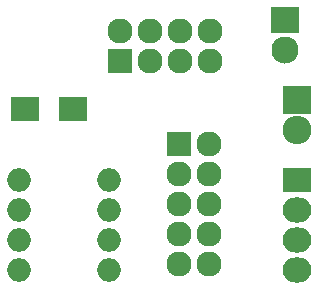
<source format=gbr>
G04 #@! TF.FileFunction,Soldermask,Top*
%FSLAX46Y46*%
G04 Gerber Fmt 4.6, Leading zero omitted, Abs format (unit mm)*
G04 Created by KiCad (PCBNEW 4.0.1-stable) date 5/20/2016 3:53:06 PM*
%MOMM*%
G01*
G04 APERTURE LIST*
%ADD10C,0.100000*%
%ADD11R,2.127200X2.127200*%
%ADD12O,2.127200X2.127200*%
%ADD13R,2.400000X2.000000*%
%ADD14R,2.400000X2.300000*%
%ADD15C,2.300000*%
%ADD16O,2.000000X2.000000*%
%ADD17R,2.432000X2.127200*%
%ADD18O,2.432000X2.127200*%
%ADD19R,2.432000X2.432000*%
%ADD20O,2.432000X2.432000*%
G04 APERTURE END LIST*
D10*
D11*
X137000000Y-104000000D03*
D12*
X137000000Y-101460000D03*
X139540000Y-104000000D03*
X139540000Y-101460000D03*
X142080000Y-104000000D03*
X142080000Y-101460000D03*
X144620000Y-104000000D03*
X144620000Y-101460000D03*
D11*
X142000000Y-111000000D03*
D12*
X144540000Y-111000000D03*
X142000000Y-113540000D03*
X144540000Y-113540000D03*
X142000000Y-116080000D03*
X144540000Y-116080000D03*
X142000000Y-118620000D03*
X144540000Y-118620000D03*
X142000000Y-121160000D03*
X144540000Y-121160000D03*
D13*
X133000000Y-108000000D03*
X129000000Y-108000000D03*
D14*
X151000000Y-100500000D03*
D15*
X151000000Y-103040000D03*
D16*
X128500000Y-114000000D03*
X128500000Y-116540000D03*
X128500000Y-119080000D03*
X128500000Y-121620000D03*
X136120000Y-121620000D03*
X136120000Y-119080000D03*
X136120000Y-116540000D03*
X136120000Y-114000000D03*
D17*
X152000000Y-114000000D03*
D18*
X152000000Y-116540000D03*
X152000000Y-119080000D03*
X152000000Y-121620000D03*
D19*
X152000000Y-107250000D03*
D20*
X152000000Y-109790000D03*
M02*

</source>
